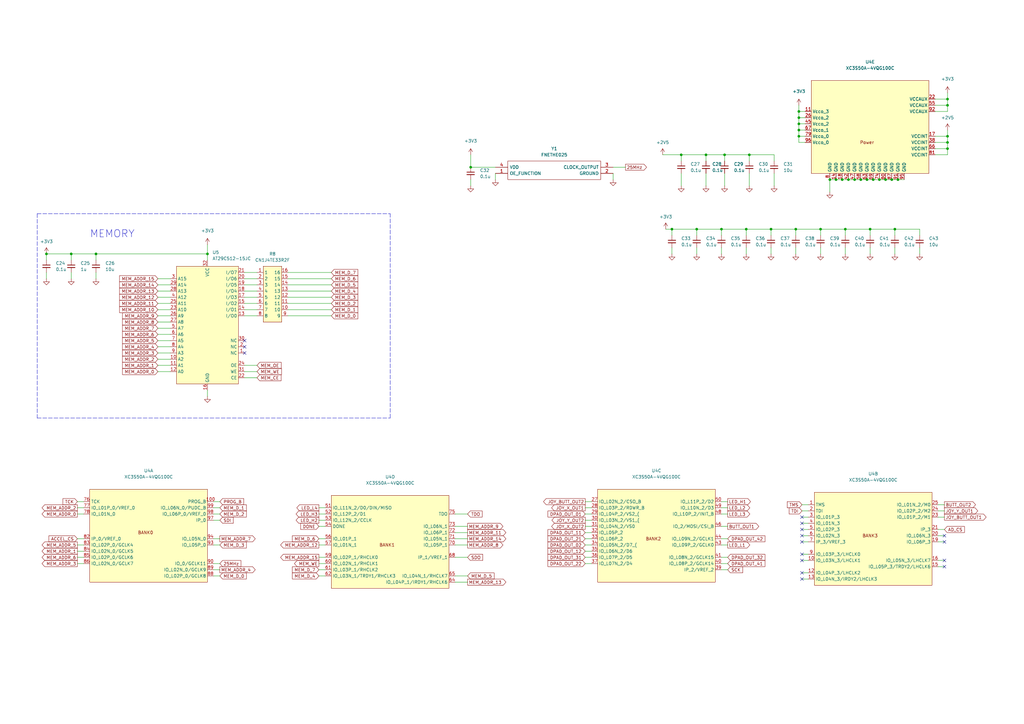
<source format=kicad_sch>
(kicad_sch (version 20211123) (generator eeschema)
  (paper "A3")
  (title_block (title "IPC Design Competition 2023") (rev "1"))
  (junction (at 327.66 50.8))
  (junction (at 327.66 45.72))
  (junction (at 297.18 63.5))
  (junction (at 388.62 58.42))
  (junction (at 29.21 104.14))
  (junction (at 340.36 73.66))
  (junction (at 353.06 73.66))
  (junction (at 388.62 40.64))
  (junction (at 327.66 48.26))
  (junction (at 19.05 104.14))
  (junction (at 342.9 73.66))
  (junction (at 85.09 104.14))
  (junction (at 295.91 93.98))
  (junction (at 368.3 73.66))
  (junction (at 350.52 73.66))
  (junction (at 388.62 60.96))
  (junction (at 193.04 68.58))
  (junction (at 365.76 73.66))
  (junction (at 388.62 55.88))
  (junction (at 345.44 73.66))
  (junction (at 39.37 104.14))
  (junction (at 363.22 73.66))
  (junction (at 356.87 93.98))
  (junction (at 306.07 93.98))
  (junction (at 285.75 93.98))
  (junction (at 336.55 93.98))
  (junction (at 316.23 93.98))
  (junction (at 358.14 73.66))
  (junction (at 327.66 55.88))
  (junction (at 326.39 93.98))
  (junction (at 367.03 93.98))
  (junction (at 275.59 93.98))
  (junction (at 388.62 43.18))
  (junction (at 289.56 63.5))
  (junction (at 360.68 73.66))
  (junction (at 347.98 73.66))
  (junction (at 355.6 73.66))
  (junction (at 307.34 63.5))
  (junction (at 346.71 93.98))
  (junction (at 279.4 63.5))
  (junction (at 327.66 53.34))
  (no_connect (at 328.93 222.25))
  (no_connect (at 387.35 229.87))
  (no_connect (at 387.35 232.41))
  (no_connect (at 387.35 219.71))
  (no_connect (at 387.35 222.25))
  (no_connect (at 328.93 237.49))
  (no_connect (at 328.93 214.63))
  (no_connect (at 328.93 234.95))
  (no_connect (at 328.93 227.33))
  (no_connect (at 100.33 139.7))
  (no_connect (at 100.33 142.24))
  (no_connect (at 100.33 144.78))
  (no_connect (at 328.93 229.87))
  (no_connect (at 328.93 212.09))
  (no_connect (at 328.93 219.71))
  (no_connect (at 328.93 217.17))
  (wire (pts (xy 285.75 93.98) (xy 295.91 93.98)))
  (wire (pts (xy 273.05 93.98) (xy 275.59 93.98)))
  (wire (pts (xy 328.93 219.71) (xy 331.47 219.71)))
  (wire (pts (xy 279.4 63.5) (xy 289.56 63.5)))
  (wire (pts (xy 39.37 106.68) (xy 39.37 104.14)))
  (wire (pts (xy 327.66 45.72) (xy 330.2 45.72)))
  (wire (pts (xy 307.34 71.12) (xy 307.34 76.2)))
  (wire (pts (xy 328.93 212.09) (xy 331.47 212.09)))
  (wire (pts (xy 316.23 101.6) (xy 316.23 104.14)))
  (wire (pts (xy 342.9 73.66) (xy 345.44 73.66)))
  (wire (pts (xy 29.21 104.14) (xy 39.37 104.14)))
  (wire (pts (xy 186.69 228.6) (xy 191.77 228.6)))
  (wire (pts (xy 100.33 119.38) (xy 105.41 119.38)))
  (wire (pts (xy 353.06 73.66) (xy 355.6 73.66)))
  (wire (pts (xy 384.81 232.41) (xy 387.35 232.41)))
  (wire (pts (xy 350.52 73.66) (xy 353.06 73.66)))
  (wire (pts (xy 317.5 71.12) (xy 317.5 76.2)))
  (wire (pts (xy 87.63 233.68) (xy 90.17 233.68)))
  (wire (pts (xy 388.62 58.42) (xy 388.62 60.96)))
  (wire (pts (xy 39.37 111.76) (xy 39.37 114.3)))
  (wire (pts (xy 31.75 208.28) (xy 34.29 208.28)))
  (wire (pts (xy 336.55 93.98) (xy 336.55 96.52)))
  (wire (pts (xy 100.33 149.86) (xy 105.41 149.86)))
  (wire (pts (xy 327.66 45.72) (xy 327.66 48.26)))
  (wire (pts (xy 118.11 116.84) (xy 135.89 116.84)))
  (wire (pts (xy 118.11 127) (xy 135.89 127)))
  (wire (pts (xy 356.87 93.98) (xy 356.87 96.52)))
  (wire (pts (xy 307.34 63.5) (xy 317.5 63.5)))
  (wire (pts (xy 326.39 93.98) (xy 336.55 93.98)))
  (wire (pts (xy 377.19 96.52) (xy 377.19 93.98)))
  (wire (pts (xy 367.03 93.98) (xy 377.19 93.98)))
  (wire (pts (xy 193.04 63.5) (xy 193.04 68.58)))
  (wire (pts (xy 31.75 220.98) (xy 34.29 220.98)))
  (wire (pts (xy 186.69 218.44) (xy 191.77 218.44)))
  (polyline (pts (xy 15.24 87.63) (xy 15.24 171.45)))
  (wire (pts (xy 327.66 55.88) (xy 327.66 58.42)))
  (wire (pts (xy 275.59 101.6) (xy 275.59 104.14)))
  (wire (pts (xy 19.05 106.68) (xy 19.05 104.14)))
  (wire (pts (xy 295.91 215.9) (xy 298.45 215.9)))
  (wire (pts (xy 346.71 93.98) (xy 356.87 93.98)))
  (wire (pts (xy 64.77 114.3) (xy 69.85 114.3)))
  (wire (pts (xy 87.63 208.28) (xy 90.17 208.28)))
  (wire (pts (xy 240.03 208.28) (xy 242.57 208.28)))
  (wire (pts (xy 64.77 149.86) (xy 69.85 149.86)))
  (wire (pts (xy 388.62 60.96) (xy 388.62 63.5)))
  (wire (pts (xy 327.66 48.26) (xy 330.2 48.26)))
  (wire (pts (xy 365.76 73.66) (xy 368.3 73.66)))
  (wire (pts (xy 130.81 231.14) (xy 133.35 231.14)))
  (wire (pts (xy 130.81 215.9) (xy 133.35 215.9)))
  (wire (pts (xy 100.33 114.3) (xy 105.41 114.3)))
  (wire (pts (xy 327.66 53.34) (xy 327.66 55.88)))
  (wire (pts (xy 384.81 229.87) (xy 387.35 229.87)))
  (wire (pts (xy 19.05 111.76) (xy 19.05 114.3)))
  (wire (pts (xy 367.03 96.52) (xy 367.03 93.98)))
  (wire (pts (xy 64.77 127) (xy 69.85 127)))
  (wire (pts (xy 307.34 66.04) (xy 307.34 63.5)))
  (wire (pts (xy 100.33 116.84) (xy 105.41 116.84)))
  (wire (pts (xy 29.21 111.76) (xy 29.21 114.3)))
  (wire (pts (xy 316.23 93.98) (xy 326.39 93.98)))
  (wire (pts (xy 64.77 147.32) (xy 69.85 147.32)))
  (wire (pts (xy 289.56 66.04) (xy 289.56 63.5)))
  (wire (pts (xy 295.91 96.52) (xy 295.91 93.98)))
  (wire (pts (xy 64.77 137.16) (xy 69.85 137.16)))
  (wire (pts (xy 295.91 101.6) (xy 295.91 104.14)))
  (wire (pts (xy 356.87 101.6) (xy 356.87 104.14)))
  (wire (pts (xy 289.56 63.5) (xy 297.18 63.5)))
  (wire (pts (xy 295.91 233.68) (xy 298.45 233.68)))
  (wire (pts (xy 355.6 73.66) (xy 358.14 73.66)))
  (wire (pts (xy 327.66 58.42) (xy 330.2 58.42)))
  (wire (pts (xy 384.81 222.25) (xy 387.35 222.25)))
  (wire (pts (xy 295.91 231.14) (xy 298.45 231.14)))
  (wire (pts (xy 31.75 205.74) (xy 34.29 205.74)))
  (wire (pts (xy 327.66 50.8) (xy 327.66 53.34)))
  (wire (pts (xy 306.07 101.6) (xy 306.07 104.14)))
  (wire (pts (xy 289.56 71.12) (xy 289.56 76.2)))
  (wire (pts (xy 64.77 152.4) (xy 69.85 152.4)))
  (wire (pts (xy 240.03 223.52) (xy 242.57 223.52)))
  (wire (pts (xy 358.14 73.66) (xy 360.68 73.66)))
  (wire (pts (xy 186.69 220.98) (xy 191.77 220.98)))
  (wire (pts (xy 326.39 101.6) (xy 326.39 104.14)))
  (wire (pts (xy 100.33 129.54) (xy 105.41 129.54)))
  (wire (pts (xy 87.63 231.14) (xy 90.17 231.14)))
  (wire (pts (xy 251.46 71.12) (xy 251.46 73.66)))
  (wire (pts (xy 295.91 93.98) (xy 306.07 93.98)))
  (wire (pts (xy 251.46 68.58) (xy 256.54 68.58)))
  (wire (pts (xy 130.81 223.52) (xy 133.35 223.52)))
  (wire (pts (xy 317.5 66.04) (xy 317.5 63.5)))
  (wire (pts (xy 388.62 43.18) (xy 383.54 43.18)))
  (wire (pts (xy 64.77 121.92) (xy 69.85 121.92)))
  (wire (pts (xy 240.03 215.9) (xy 242.57 215.9)))
  (wire (pts (xy 118.11 129.54) (xy 135.89 129.54)))
  (wire (pts (xy 279.4 63.5) (xy 279.4 66.04)))
  (wire (pts (xy 388.62 55.88) (xy 388.62 58.42)))
  (wire (pts (xy 306.07 93.98) (xy 306.07 96.52)))
  (wire (pts (xy 64.77 139.7) (xy 69.85 139.7)))
  (wire (pts (xy 240.03 205.74) (xy 242.57 205.74)))
  (wire (pts (xy 64.77 124.46) (xy 69.85 124.46)))
  (wire (pts (xy 100.33 124.46) (xy 105.41 124.46)))
  (wire (pts (xy 203.2 71.12) (xy 203.2 73.66)))
  (wire (pts (xy 31.75 231.14) (xy 34.29 231.14)))
  (wire (pts (xy 64.77 132.08) (xy 69.85 132.08)))
  (wire (pts (xy 240.03 231.14) (xy 242.57 231.14)))
  (wire (pts (xy 384.81 217.17) (xy 387.35 217.17)))
  (wire (pts (xy 345.44 73.66) (xy 347.98 73.66)))
  (wire (pts (xy 240.03 226.06) (xy 242.57 226.06)))
  (wire (pts (xy 271.78 63.5) (xy 279.4 63.5)))
  (wire (pts (xy 297.18 63.5) (xy 307.34 63.5)))
  (wire (pts (xy 328.93 227.33) (xy 331.47 227.33)))
  (wire (pts (xy 275.59 96.52) (xy 275.59 93.98)))
  (wire (pts (xy 100.33 127) (xy 105.41 127)))
  (wire (pts (xy 118.11 111.76) (xy 135.89 111.76)))
  (wire (pts (xy 275.59 93.98) (xy 285.75 93.98)))
  (wire (pts (xy 85.09 160.02) (xy 85.09 162.56)))
  (wire (pts (xy 87.63 223.52) (xy 90.17 223.52)))
  (wire (pts (xy 130.81 210.82) (xy 133.35 210.82)))
  (wire (pts (xy 328.93 222.25) (xy 331.47 222.25)))
  (wire (pts (xy 186.69 223.52) (xy 191.77 223.52)))
  (wire (pts (xy 240.03 220.98) (xy 242.57 220.98)))
  (wire (pts (xy 306.07 93.98) (xy 316.23 93.98)))
  (wire (pts (xy 295.91 228.6) (xy 298.45 228.6)))
  (wire (pts (xy 347.98 73.66) (xy 350.52 73.66)))
  (wire (pts (xy 240.03 218.44) (xy 242.57 218.44)))
  (wire (pts (xy 240.03 228.6) (xy 242.57 228.6)))
  (wire (pts (xy 240.03 210.82) (xy 242.57 210.82)))
  (wire (pts (xy 87.63 236.22) (xy 90.17 236.22)))
  (wire (pts (xy 64.77 134.62) (xy 69.85 134.62)))
  (wire (pts (xy 388.62 60.96) (xy 383.54 60.96)))
  (wire (pts (xy 64.77 116.84) (xy 69.85 116.84)))
  (wire (pts (xy 295.91 205.74) (xy 298.45 205.74)))
  (wire (pts (xy 100.33 152.4) (xy 105.41 152.4)))
  (wire (pts (xy 328.93 237.49) (xy 331.47 237.49)))
  (wire (pts (xy 100.33 154.94) (xy 105.41 154.94)))
  (wire (pts (xy 193.04 68.58) (xy 203.2 68.58)))
  (wire (pts (xy 297.18 71.12) (xy 297.18 76.2)))
  (wire (pts (xy 100.33 121.92) (xy 105.41 121.92)))
  (wire (pts (xy 118.11 124.46) (xy 135.89 124.46)))
  (wire (pts (xy 31.75 226.06) (xy 34.29 226.06)))
  (wire (pts (xy 295.91 210.82) (xy 298.45 210.82)))
  (polyline (pts (xy 160.02 171.45) (xy 160.02 87.63)))
  (wire (pts (xy 31.75 223.52) (xy 34.29 223.52)))
  (wire (pts (xy 295.91 223.52) (xy 298.45 223.52)))
  (wire (pts (xy 85.09 100.33) (xy 85.09 104.14)))
  (wire (pts (xy 346.71 96.52) (xy 346.71 93.98)))
  (wire (pts (xy 64.77 142.24) (xy 69.85 142.24)))
  (wire (pts (xy 377.19 101.6) (xy 377.19 104.14)))
  (wire (pts (xy 328.93 229.87) (xy 331.47 229.87)))
  (wire (pts (xy 368.3 73.66) (xy 370.84 73.66)))
  (wire (pts (xy 64.77 119.38) (xy 69.85 119.38)))
  (wire (pts (xy 295.91 220.98) (xy 298.45 220.98)))
  (wire (pts (xy 39.37 104.14) (xy 85.09 104.14)))
  (wire (pts (xy 118.11 114.3) (xy 135.89 114.3)))
  (wire (pts (xy 186.69 236.22) (xy 191.77 236.22)))
  (wire (pts (xy 388.62 45.72) (xy 383.54 45.72)))
  (wire (pts (xy 328.93 207.01) (xy 331.47 207.01)))
  (wire (pts (xy 363.22 73.66) (xy 365.76 73.66)))
  (wire (pts (xy 118.11 121.92) (xy 135.89 121.92)))
  (wire (pts (xy 297.18 63.5) (xy 297.18 66.04)))
  (wire (pts (xy 328.93 234.95) (xy 331.47 234.95)))
  (wire (pts (xy 384.81 212.09) (xy 387.35 212.09)))
  (wire (pts (xy 367.03 101.6) (xy 367.03 104.14)))
  (wire (pts (xy 340.36 73.66) (xy 342.9 73.66)))
  (wire (pts (xy 340.36 73.66) (xy 340.36 78.74)))
  (wire (pts (xy 384.81 219.71) (xy 387.35 219.71)))
  (wire (pts (xy 384.81 207.01) (xy 387.35 207.01)))
  (wire (pts (xy 346.71 101.6) (xy 346.71 104.14)))
  (wire (pts (xy 31.75 210.82) (xy 34.29 210.82)))
  (wire (pts (xy 29.21 104.14) (xy 29.21 106.68)))
  (wire (pts (xy 240.03 213.36) (xy 242.57 213.36)))
  (wire (pts (xy 87.63 220.98) (xy 90.17 220.98)))
  (wire (pts (xy 64.77 144.78) (xy 69.85 144.78)))
  (wire (pts (xy 295.91 208.28) (xy 298.45 208.28)))
  (wire (pts (xy 285.75 93.98) (xy 285.75 96.52)))
  (wire (pts (xy 327.66 53.34) (xy 330.2 53.34)))
  (wire (pts (xy 130.81 208.28) (xy 133.35 208.28)))
  (wire (pts (xy 327.66 43.18) (xy 327.66 45.72)))
  (wire (pts (xy 64.77 129.54) (xy 69.85 129.54)))
  (wire (pts (xy 336.55 93.98) (xy 346.71 93.98)))
  (wire (pts (xy 388.62 43.18) (xy 388.62 45.72)))
  (wire (pts (xy 100.33 111.76) (xy 105.41 111.76)))
  (wire (pts (xy 360.68 73.66) (xy 363.22 73.66)))
  (wire (pts (xy 87.63 205.74) (xy 90.17 205.74)))
  (wire (pts (xy 285.75 101.6) (xy 285.75 104.14)))
  (wire (pts (xy 118.11 119.38) (xy 135.89 119.38)))
  (wire (pts (xy 388.62 58.42) (xy 383.54 58.42)))
  (wire (pts (xy 130.81 233.68) (xy 133.35 233.68)))
  (wire (pts (xy 130.81 236.22) (xy 133.35 236.22)))
  (wire (pts (xy 130.81 213.36) (xy 133.35 213.36)))
  (wire (pts (xy 384.81 209.55) (xy 387.35 209.55)))
  (wire (pts (xy 327.66 48.26) (xy 327.66 50.8)))
  (wire (pts (xy 388.62 63.5) (xy 383.54 63.5)))
  (wire (pts (xy 279.4 71.12) (xy 279.4 76.2)))
  (wire (pts (xy 326.39 93.98) (xy 326.39 96.52)))
  (wire (pts (xy 388.62 38.1) (xy 388.62 40.64)))
  (wire (pts (xy 356.87 93.98) (xy 367.03 93.98)))
  (wire (pts (xy 186.69 238.76) (xy 191.77 238.76)))
  (wire (pts (xy 316.23 96.52) (xy 316.23 93.98)))
  (wire (pts (xy 87.63 210.82) (xy 90.17 210.82)))
  (polyline (pts (xy 15.24 171.45) (xy 160.02 171.45)))
  (wire (pts (xy 193.04 73.66) (xy 193.04 76.2)))
  (wire (pts (xy 336.55 101.6) (xy 336.55 104.14)))
  (wire (pts (xy 328.93 217.17) (xy 331.47 217.17)))
  (wire (pts (xy 87.63 213.36) (xy 90.17 213.36)))
  (polyline (pts (xy 15.24 87.63) (xy 160.02 87.63)))
  (wire (pts (xy 388.62 55.88) (xy 383.54 55.88)))
  (wire (pts (xy 19.05 104.14) (xy 29.21 104.14)))
  (wire (pts (xy 328.93 214.63) (xy 331.47 214.63)))
  (wire (pts (xy 31.75 228.6) (xy 34.29 228.6)))
  (wire (pts (xy 130.81 228.6) (xy 133.35 228.6)))
  (wire (pts (xy 327.66 50.8) (xy 330.2 50.8)))
  (wire (pts (xy 328.93 209.55) (xy 331.47 209.55)))
  (wire (pts (xy 388.62 53.34) (xy 388.62 55.88)))
  (wire (pts (xy 327.66 55.88) (xy 330.2 55.88)))
  (wire (pts (xy 186.69 210.82) (xy 191.77 210.82)))
  (wire (pts (xy 186.69 215.9) (xy 191.77 215.9)))
  (wire (pts (xy 130.81 220.98) (xy 133.35 220.98)))
  (wire (pts (xy 85.09 104.14) (xy 85.09 106.68)))
  (wire (pts (xy 388.62 40.64) (xy 383.54 40.64)))
  (wire (pts (xy 388.62 40.64) (xy 388.62 43.18)))
  (text "MEMORY" (at 36.83 97.79 0) (effects (font (size 3 3)) (justify left bottom)))
  (global_label "LED_L4" (shape output) (at 130.81 208.28 180) (property "Intersheet References" "${INTERSHEET_REFS}" (effects hide)))
  (global_label "MEM_ADDR_4" (shape input) (at 64.77 142.24 180) (property "Intersheet References" "${INTERSHEET_REFS}" (effects hide)))
  (global_label "MEM_ADDR_6" (shape input) (at 64.77 137.16 180) (property "Intersheet References" "${INTERSHEET_REFS}" (effects hide)))
  (global_label "MEM_OE" (shape input) (at 105.41 149.86 0) (property "Intersheet References" "${INTERSHEET_REFS}" (effects hide)))
  (global_label "MEM_ADDR_0" (shape input) (at 64.77 152.4 180) (property "Intersheet References" "${INTERSHEET_REFS}" (effects hide)))
  (global_label "MEM_CE" (shape input) (at 105.41 154.94 0) (property "Intersheet References" "${INTERSHEET_REFS}" (effects hide)))
  (global_label "MEM_ADDR_15" (shape input) (at 64.77 114.3 180) (property "Intersheet References" "${INTERSHEET_REFS}" (effects hide)))
  (global_label "LED_H2" (shape output) (at 130.81 213.36 180) (property "Intersheet References" "${INTERSHEET_REFS}" (effects hide)))
  (global_label "MEM_ADDR_15" (shape output) (at 130.81 228.6 180) (property "Intersheet References" "${INTERSHEET_REFS}" (effects hide)))
  (global_label "MEM_ADDR_7" (shape input) (at 64.77 134.62 180) (property "Intersheet References" "${INTERSHEET_REFS}" (effects hide)))
  (global_label "JOY_BUTT_OUT1" (shape output) (at 387.35 212.09 0) (property "Intersheet References" "${INTERSHEET_REFS}" (effects hide)))
  (global_label "MEM_D_6" (shape input) (at 130.81 220.98 180) (property "Intersheet References" "${INTERSHEET_REFS}" (effects hide)))
  (global_label "DPAD_OUT_11" (shape input) (at 240.03 218.44 180) (property "Intersheet References" "${INTERSHEET_REFS}" (effects hide)))
  (global_label "MEM_ADDR_3" (shape output) (at 31.75 231.14 180) (property "Intersheet References" "${INTERSHEET_REFS}" (effects hide)))
  (global_label "MEM_ADDR_9" (shape input) (at 64.77 129.54 180) (property "Intersheet References" "${INTERSHEET_REFS}" (effects hide)))
  (global_label "JOY_Y_OUT1" (shape output) (at 387.35 209.55 0) (property "Intersheet References" "${INTERSHEET_REFS}" (effects hide)))
  (global_label "DPAD_OUT_01" (shape input) (at 240.03 210.82 180) (property "Intersheet References" "${INTERSHEET_REFS}" (effects hide)))
  (global_label "DPAD_OUT_22" (shape input) (at 240.03 231.14 180) (property "Intersheet References" "${INTERSHEET_REFS}" (effects hide)))
  (global_label "TDO" (shape input) (at 191.77 210.82 0) (property "Intersheet References" "${INTERSHEET_REFS}" (effects hide)))
  (global_label "MEM_D_7" (shape input) (at 130.81 233.68 180) (property "Intersheet References" "${INTERSHEET_REFS}" (effects hide)))
  (global_label "TDI" (shape input) (at 328.93 209.55 180) (property "Intersheet References" "${INTERSHEET_REFS}" (effects hide)))
  (global_label "ACCEL_CS" (shape input) (at 31.75 220.98 180) (property "Intersheet References" "${INTERSHEET_REFS}" (effects hide)))
  (global_label "DPAD_OUT_41" (shape input) (at 298.45 231.14 0) (property "Intersheet References" "${INTERSHEET_REFS}" (effects hide)))
  (global_label "MEM_ADDR_4" (shape output) (at 90.17 233.68 0) (property "Intersheet References" "${INTERSHEET_REFS}" (effects hide)))
  (global_label "MEM_WE" (shape input) (at 105.41 152.4 0) (property "Intersheet References" "${INTERSHEET_REFS}" (effects hide)))
  (global_label "AD_CS" (shape input) (at 387.35 217.17 0) (property "Intersheet References" "${INTERSHEET_REFS}" (effects hide)))
  (global_label "MEM_D_2" (shape input) (at 135.89 124.46 0) (property "Intersheet References" "${INTERSHEET_REFS}" (effects hide)))
  (global_label "MEM_D_1" (shape input) (at 90.17 208.28 0) (property "Intersheet References" "${INTERSHEET_REFS}" (effects hide)))
  (global_label "MEM_D_1" (shape input) (at 135.89 127 0) (property "Intersheet References" "${INTERSHEET_REFS}" (effects hide)))
  (global_label "MEM_D_5" (shape input) (at 135.89 116.84 0) (property "Intersheet References" "${INTERSHEET_REFS}" (effects hide)))
  (global_label "JOY_X_OUT1" (shape output) (at 240.03 208.28 180) (property "Intersheet References" "${INTERSHEET_REFS}" (effects hide)))
  (global_label "MEM_D_0" (shape input) (at 135.89 129.54 0) (property "Intersheet References" "${INTERSHEET_REFS}" (effects hide)))
  (global_label "MEM_ADDR_1" (shape input) (at 64.77 149.86 180) (property "Intersheet References" "${INTERSHEET_REFS}" (effects hide)))
  (global_label "MEM_ADDR_8" (shape input) (at 64.77 132.08 180) (property "Intersheet References" "${INTERSHEET_REFS}" (effects hide)))
  (global_label "DPAD_OUT_42" (shape input) (at 298.45 220.98 0) (property "Intersheet References" "${INTERSHEET_REFS}" (effects hide)))
  (global_label "BUTT_OUT2" (shape output) (at 387.35 207.01 0) (property "Intersheet References" "${INTERSHEET_REFS}" (effects hide)))
  (global_label "MEM_D_5" (shape input) (at 191.77 236.22 0) (property "Intersheet References" "${INTERSHEET_REFS}" (effects hide)))
  (global_label "DPAD_OUT_02" (shape input) (at 240.03 223.52 180) (property "Intersheet References" "${INTERSHEET_REFS}" (effects hide)))
  (global_label "MEM_ADDR_2" (shape input) (at 64.77 147.32 180) (property "Intersheet References" "${INTERSHEET_REFS}" (effects hide)))
  (global_label "SDO" (shape input) (at 191.77 228.6 0) (property "Intersheet References" "${INTERSHEET_REFS}" (effects hide)))
  (global_label "MEM_D_0" (shape input) (at 90.17 236.22 0) (property "Intersheet References" "${INTERSHEET_REFS}" (effects hide)))
  (global_label "DONE" (shape input) (at 130.81 215.9 180) (property "Intersheet References" "${INTERSHEET_REFS}" (effects hide)))
  (global_label "MEM_ADDR_0" (shape output) (at 31.75 210.82 180) (property "Intersheet References" "${INTERSHEET_REFS}" (effects hide)))
  (global_label "MEM_ADDR_11" (shape output) (at 191.77 218.44 0) (property "Intersheet References" "${INTERSHEET_REFS}" (effects hide)))
  (global_label "MEM_ADDR_7" (shape output) (at 90.17 220.98 0) (property "Intersheet References" "${INTERSHEET_REFS}" (effects hide)))
  (global_label "MEM_ADDR_10" (shape input) (at 64.77 127 180) (property "Intersheet References" "${INTERSHEET_REFS}" (effects hide)))
  (global_label "TMS" (shape input) (at 328.93 207.01 180) (property "Intersheet References" "${INTERSHEET_REFS}" (effects hide)))
  (global_label "MEM_ADDR_12" (shape output) (at 130.81 223.52 180) (property "Intersheet References" "${INTERSHEET_REFS}" (effects hide)))
  (global_label "MEM_D_7" (shape input) (at 135.89 111.76 0) (property "Intersheet References" "${INTERSHEET_REFS}" (effects hide)))
  (global_label "MEM_ADDR_12" (shape input) (at 64.77 121.92 180) (property "Intersheet References" "${INTERSHEET_REFS}" (effects hide)))
  (global_label "DPAD_OUT_31" (shape input) (at 240.03 228.6 180) (property "Intersheet References" "${INTERSHEET_REFS}" (effects hide)))
  (global_label "MEM_ADDR_14" (shape output) (at 191.77 220.98 0) (property "Intersheet References" "${INTERSHEET_REFS}" (effects hide)))
  (global_label "JOY_BUTT_OUT2" (shape output) (at 240.03 205.74 180) (property "Intersheet References" "${INTERSHEET_REFS}" (effects hide)))
  (global_label "MEM_D_6" (shape input) (at 135.89 114.3 0) (property "Intersheet References" "${INTERSHEET_REFS}" (effects hide)))
  (global_label "MEM_D_2" (shape input) (at 90.17 210.82 0) (property "Intersheet References" "${INTERSHEET_REFS}" (effects hide)))
  (global_label "JOY_Y_OUT2" (shape output) (at 240.03 213.36 180) (property "Intersheet References" "${INTERSHEET_REFS}" (effects hide)))
  (global_label "MEM_ADDR_5" (shape input) (at 64.77 139.7 180) (property "Intersheet References" "${INTERSHEET_REFS}" (effects hide)))
  (global_label "PROG_B" (shape input) (at 90.17 205.74 0) (property "Intersheet References" "${INTERSHEET_REFS}" (effects hide)))
  (global_label "SDI" (shape input) (at 90.17 213.36 0) (property "Intersheet References" "${INTERSHEET_REFS}" (effects hide)))
  (global_label "MEM_WE" (shape output) (at 130.81 231.14 180) (property "Intersheet References" "${INTERSHEET_REFS}" (effects hide)))
  (global_label "LED_L3" (shape output) (at 298.45 210.82 0) (property "Intersheet References" "${INTERSHEET_REFS}" (effects hide)))
  (global_label "BUTT_OUT1" (shape output) (at 298.45 215.9 0) (property "Intersheet References" "${INTERSHEET_REFS}" (effects hide)))
  (global_label "MEM_ADDR_3" (shape input) (at 64.77 144.78 180) (property "Intersheet References" "${INTERSHEET_REFS}" (effects hide)))
  (global_label "MEM_ADDR_11" (shape input) (at 64.77 124.46 180) (property "Intersheet References" "${INTERSHEET_REFS}" (effects hide)))
  (global_label "MEM_ADDR_1" (shape output) (at 31.75 226.06 180) (property "Intersheet References" "${INTERSHEET_REFS}" (effects hide)))
  (global_label "MEM_D_3" (shape input) (at 90.17 223.52 0) (property "Intersheet References" "${INTERSHEET_REFS}" (effects hide)))
  (global_label "25MHz" (shape input) (at 90.17 231.14 0) (property "Intersheet References" "${INTERSHEET_REFS}" (effects hide)))
  (global_label "MEM_ADDR_9" (shape output) (at 191.77 215.9 0) (property "Intersheet References" "${INTERSHEET_REFS}" (effects hide)))
  (global_label "LED_H1" (shape output) (at 298.45 205.74 0) (property "Intersheet References" "${INTERSHEET_REFS}" (effects hide)))
  (global_label "MEM_D_3" (shape input) (at 135.89 121.92 0) (property "Intersheet References" "${INTERSHEET_REFS}" (effects hide)))
  (global_label "MEM_ADDR_13" (shape output) (at 191.77 238.76 0) (property "Intersheet References" "${INTERSHEET_REFS}" (effects hide)))
  (global_label "MEM_D_4" (shape input) (at 130.81 236.22 180) (property "Intersheet References" "${INTERSHEET_REFS}" (effects hide)))
  (global_label "25MHz" (shape output) (at 256.54 68.58 0) (property "Intersheet References" "${INTERSHEET_REFS}" (effects hide)))
  (global_label "TCK" (shape input) (at 31.75 205.74 180) (property "Intersheet References" "${INTERSHEET_REFS}" (effects hide)))
  (global_label "LED_L2" (shape output) (at 298.45 208.28 0) (property "Intersheet References" "${INTERSHEET_REFS}" (effects hide)))
  (global_label "MEM_ADDR_6" (shape output) (at 31.75 228.6 180) (property "Intersheet References" "${INTERSHEET_REFS}" (effects hide)))
  (global_label "DPAD_OUT_21" (shape input) (at 240.03 220.98 180) (property "Intersheet References" "${INTERSHEET_REFS}" (effects hide)))
  (global_label "DPAD_OUT_12" (shape input) (at 240.03 226.06 180) (property "Intersheet References" "${INTERSHEET_REFS}" (effects hide)))
  (global_label "MEM_ADDR_5" (shape output) (at 31.75 223.52 180) (property "Intersheet References" "${INTERSHEET_REFS}" (effects hide)))
  (global_label "MEM_ADDR_2" (shape output) (at 31.75 208.28 180) (property "Intersheet References" "${INTERSHEET_REFS}" (effects hide)))
  (global_label "SCK" (shape input) (at 298.45 233.68 0) (property "Intersheet References" "${INTERSHEET_REFS}" (effects hide)))
  (global_label "JOY_X_OUT2" (shape output) (at 240.03 215.9 180) (property "Intersheet References" "${INTERSHEET_REFS}" (effects hide)))
  (global_label "MEM_ADDR_8" (shape output) (at 191.77 223.52 0) (property "Intersheet References" "${INTERSHEET_REFS}" (effects hide)))
  (global_label "DPAD_OUT_32" (shape input) (at 298.45 228.6 0) (property "Intersheet References" "${INTERSHEET_REFS}" (effects hide)))
  (global_label "LED_H3" (shape output) (at 130.81 210.82 180) (property "Intersheet References" "${INTERSHEET_REFS}" (effects hide)))
  (global_label "LED_L1" (shape output) (at 298.45 223.52 0) (property "Intersheet References" "${INTERSHEET_REFS}" (effects hide)))
  (global_label "MEM_ADDR_14" (shape input) (at 64.77 116.84 180) (property "Intersheet References" "${INTERSHEET_REFS}" (effects hide)))
  (global_label "MEM_ADDR_13" (shape input) (at 64.77 119.38 180) (property "Intersheet References" "${INTERSHEET_REFS}" (effects hide)))
  (global_label "MEM_D_4" (shape input) (at 135.89 119.38 0) (property "Intersheet References" "${INTERSHEET_REFS}" (effects hide)))
  (symbol (lib_id "power:GND") (at 39.37 114.3 0) (unit 1) (in_bom no)
    (property "Reference" "#PWR055" (effects hide))
    (property "Value" "GND" (effects hide))
  )
  (symbol (lib_id "power:GND") (at 193.04 76.2 0) (unit 1) (in_bom no)
    (property "Reference" "#PWR062" (effects hide))
    (property "Value" "GND" (effects hide))
  )
  (symbol (lib_id "Device:C_Small") (at 307.34 68.58 0) (unit 1)
    (property "Reference" "C30" (at 311.15 67.3162 0) (effects (justify left)))
    (property "Value" "0.1u" (at 311.15 69.8562 0) (effects (justify left)))
    (property "Footprint" "Capacitor_SMD:C_0805_2012Metric" (effects hide))
    (property "Mouser" "https://eu.mouser.com/ProductDetail/KEMET/C0805C104K5RACTU?qs=Pc30aiB8zWUISNb2Qeyxfw%3D%3D" (effects hide))
  )
  (symbol (lib_id "power:+3V3") (at 388.62 38.1 0) (mirror y) (unit 1)
    (property "Reference" "#PWR052" (effects hide))
    (property "Value" "+3V3" (at 388.62 32.385 0))
  )
  (symbol (lib_id "Device:C_Small") (at 377.19 99.06 0) (unit 1)
    (property "Reference" "C43" (at 381 97.7962 0) (effects (justify left)))
    (property "Value" "10u" (at 381 100.3362 0) (effects (justify left)))
    (property "Footprint" "Capacitor_Tantalum_SMD:CP_EIA-7343-31_Kemet-D" (effects hide))
    (property "Mouser" "https://www.mouser.co.uk/ProductDetail/KEMET/T491D106M035AT?qs=vBdi40og3vYMGjbj1Z6Lqg%3D%3D" (effects hide))
  )
  (symbol (lib_id "My_custom_lib:AT29C512-15JC") (at 85.09 132.08 0) (unit 1)
    (property "Reference" "U5" (at 87.1094 103.505 0) (effects (justify left)))
    (property "Value" "AT29C512-15JC" (at 87.1094 106.045 0) (effects (justify left)))
    (property "Footprint" "Package_LCC:PLCC-32_11.4x14.0mm_P1.27mm" (effects hide))
  )
  (symbol (lib_id "power:+3V3") (at 193.04 63.5 0) (unit 1)
    (property "Reference" "#PWR058" (effects hide))
    (property "Value" "+3V3" (at 193.04 57.785 0))
  )
  (symbol (lib_id "Device:C_Small") (at 279.4 68.58 0) (unit 1)
    (property "Reference" "C27" (at 283.21 67.3162 0) (effects (justify left)))
    (property "Value" "0.1u" (at 283.21 69.8562 0) (effects (justify left)))
    (property "Footprint" "Capacitor_SMD:C_0805_2012Metric" (effects hide))
    (property "Mouser" "https://eu.mouser.com/ProductDetail/KEMET/C0805C104K5RACTU?qs=Pc30aiB8zWUISNb2Qeyxfw%3D%3D" (effects hide))
  )
  (symbol (lib_id "Device:C_Small") (at 19.05 109.22 0) (unit 1)
    (property "Reference" "C24" (at 22.86 107.9562 0) (effects (justify left)))
    (property "Value" "0.1u" (at 22.86 110.4962 0) (effects (justify left)))
    (property "Footprint" "Capacitor_SMD:C_0805_2012Metric" (effects hide))
    (property "Mouser" "https://eu.mouser.com/ProductDetail/KEMET/C0805C104K5RACTU?qs=Pc30aiB8zWUISNb2Qeyxfw%3D%3D" (effects hide))
  )
  (symbol (lib_id "power:GND") (at 326.39 104.14 0) (unit 1) (in_bom no)
    (property "Reference" "#PWR076" (effects hide))
    (property "Value" "GND" (effects hide))
  )
  (symbol (lib_id "power:GND") (at 29.21 114.3 0) (unit 1) (in_bom no)
    (property "Reference" "#PWR054" (effects hide))
    (property "Value" "GND" (effects hide))
  )
  (symbol (lib_id "power:+3V3") (at 19.05 104.14 0) (unit 1)
    (property "Reference" "#PWR050" (effects hide))
    (property "Value" "+3V3" (at 19.05 99.06 0))
  )
  (symbol (lib_id "power:+3V3") (at 273.05 93.98 0) (unit 1)
    (property "Reference" "#PWR070" (effects hide))
    (property "Value" "+3V3" (at 273.05 88.9 0))
  )
  (symbol (lib_id "power:GND") (at 203.2 73.66 0) (unit 1) (in_bom no)
    (property "Reference" "#PWR060" (effects hide))
    (property "Value" "GND" (effects hide))
  )
  (symbol (lib_id "power:GND") (at 356.87 104.14 0) (unit 1) (in_bom no)
    (property "Reference" "#PWR079" (effects hide))
    (property "Value" "GND" (effects hide))
  )
  (symbol (lib_id "power:GND") (at 19.05 114.3 0) (unit 1) (in_bom no)
    (property "Reference" "#PWR053" (effects hide))
    (property "Value" "GND" (effects hide))
  )
  (symbol (lib_id "My_custom_lib:XC3S50A-4VQG100C") (at 267.97 223.52 0) (unit 3)
    (property "Reference" "U4" (at 269.24 193.04 0))
    (property "Value" "XC3S50A-4VQG100C" (at 269.24 195.58 0))
    (property "Footprint" "Package_QFP:VQFP-100_14x14mm_P0.5mm" (effects hide))
    (property "Mouser" "https://eu.mouser.com/ProductDetail/Xilinx/XC3S50A-4VQG100C?qs=rrS6PyfT74cgwe3cBO8RFQ%3D%3D" (effects hide))
  )
  (symbol (lib_id "power:+3V3") (at 85.09 100.33 0) (unit 1)
    (property "Reference" "#PWR051" (effects hide))
    (property "Value" "+3V3" (at 85.09 94.615 0))
  )
  (symbol (lib_id "My_custom_lib:XC3S50A-4VQG100C") (at 158.75 226.06 0) (unit 4)
    (property "Reference" "U4" (at 160.02 195.58 0))
    (property "Value" "XC3S50A-4VQG100C" (at 160.02 198.12 0))
    (property "Footprint" "Package_QFP:VQFP-100_14x14mm_P0.5mm" (effects hide))
    (property "Mouser" "https://eu.mouser.com/ProductDetail/Xilinx/XC3S50A-4VQG100C?qs=rrS6PyfT74cgwe3cBO8RFQ%3D%3D" (effects hide))
  )
  (symbol (lib_id "My_custom_lib:CN1J4TE33R2F") (at 107.95 111.76 0) (unit 1)
    (property "Reference" "R8" (at 111.76 104.14 0))
    (property "Value" "CN1J4TE33R2F" (at 111.76 106.68 0))
    (property "Footprint" "Z_mycustom_footprint_lib:CN1J4TE33R2F" (effects hide))
  )
  (symbol (lib_id "Device:C_Small") (at 289.56 68.58 0) (unit 1)
    (property "Reference" "C28" (at 292.1 67.31 0) (effects (justify left)))
    (property "Value" "0.1u" (at 292.1 69.85 0) (effects (justify left)))
    (property "Footprint" "Capacitor_SMD:C_0805_2012Metric" (effects hide))
    (property "Mouser" "https://eu.mouser.com/ProductDetail/KEMET/C0805C104K5RACTU?qs=Pc30aiB8zWUISNb2Qeyxfw%3D%3D" (effects hide))
  )
  (symbol (lib_id "Device:C_Small") (at 297.18 68.58 0) (unit 1)
    (property "Reference" "C29" (at 300.99 67.3162 0) (effects (justify left)))
    (property "Value" "0.1u" (at 300.99 69.8562 0) (effects (justify left)))
    (property "Footprint" "Capacitor_SMD:C_0805_2012Metric" (effects hide))
    (property "Mouser" "https://eu.mouser.com/ProductDetail/KEMET/C0805C104K5RACTU?qs=Pc30aiB8zWUISNb2Qeyxfw%3D%3D" (effects hide))
  )
  (symbol (lib_id "Device:C_Small") (at 336.55 99.06 0) (unit 1)
    (property "Reference" "C39" (at 340.36 97.7962 0) (effects (justify left)))
    (property "Value" "0.1u" (at 340.36 100.3362 0) (effects (justify left)))
    (property "Footprint" "Capacitor_SMD:C_0805_2012Metric" (effects hide))
    (property "Mouser" "https://eu.mouser.com/ProductDetail/KEMET/C0805C104K5RACTU?qs=Pc30aiB8zWUISNb2Qeyxfw%3D%3D" (effects hide))
  )
  (symbol (lib_id "power:GND") (at 317.5 76.2 0) (unit 1) (in_bom no)
    (property "Reference" "#PWR067" (effects hide))
    (property "Value" "GND" (effects hide))
  )
  (symbol (lib_id "power:GND") (at 295.91 104.14 0) (unit 1) (in_bom no)
    (property "Reference" "#PWR073" (effects hide))
    (property "Value" "GND" (effects hide))
  )
  (symbol (lib_id "Device:C_Small") (at 39.37 109.22 0) (unit 1)
    (property "Reference" "C26" (at 43.18 107.9562 0) (effects (justify left)))
    (property "Value" "10u" (at 43.18 110.4962 0) (effects (justify left)))
    (property "Footprint" "Capacitor_Tantalum_SMD:CP_EIA-7343-31_Kemet-D" (effects hide))
    (property "Mouser" "https://www.mouser.co.uk/ProductDetail/KEMET/T491D106M035AT?qs=vBdi40og3vYMGjbj1Z6Lqg%3D%3D" (effects hide))
  )
  (symbol (lib_id "Device:C_Small") (at 285.75 99.06 0) (unit 1)
    (property "Reference" "C34" (at 289.56 97.7962 0) (effects (justify left)))
    (property "Value" "0.1u" (at 289.56 100.3362 0) (effects (justify left)))
    (property "Footprint" "Capacitor_SMD:C_0805_2012Metric" (effects hide))
    (property "Mouser" "https://eu.mouser.com/ProductDetail/KEMET/C0805C104K5RACTU?qs=Pc30aiB8zWUISNb2Qeyxfw%3D%3D" (effects hide))
  )
  (symbol (lib_id "Device:C_Small") (at 346.71 99.06 0) (unit 1)
    (property "Reference" "C40" (at 350.52 97.7962 0) (effects (justify left)))
    (property "Value" "0.1u" (at 350.52 100.3362 0) (effects (justify left)))
    (property "Footprint" "Capacitor_SMD:C_0805_2012Metric" (effects hide))
    (property "Mouser" "https://eu.mouser.com/ProductDetail/KEMET/C0805C104K5RACTU?qs=Pc30aiB8zWUISNb2Qeyxfw%3D%3D" (effects hide))
  )
  (symbol (lib_id "Device:C_Small") (at 356.87 99.06 0) (unit 1)
    (property "Reference" "C41" (at 360.68 97.7962 0) (effects (justify left)))
    (property "Value" "0.1u" (at 360.68 100.3362 0) (effects (justify left)))
    (property "Footprint" "Capacitor_SMD:C_0805_2012Metric" (effects hide))
    (property "Mouser" "https://eu.mouser.com/ProductDetail/KEMET/C0805C104K5RACTU?qs=Pc30aiB8zWUISNb2Qeyxfw%3D%3D" (effects hide))
  )
  (symbol (lib_id "Device:C_Small") (at 29.21 109.22 0) (unit 1)
    (property "Reference" "C25" (at 33.02 107.9562 0) (effects (justify left)))
    (property "Value" "1u" (at 33.02 110.4962 0) (effects (justify left)))
    (property "Footprint" "Capacitor_SMD:C_0805_2012Metric" (effects hide))
    (property "Mouser" "https://eu.mouser.com/ProductDetail/Taiyo-Yuden/GMK212B7105KG-T?qs=I6KAKw0tg2xjJ7xFmFzpzA%3D%3D" (effects hide))
  )
  (symbol (lib_id "power:GND") (at 279.4 76.2 0) (unit 1) (in_bom no)
    (property "Reference" "#PWR063" (effects hide))
    (property "Value" "GND" (effects hide))
  )
  (symbol (lib_id "power:GND") (at 316.23 104.14 0) (unit 1) (in_bom no)
    (property "Reference" "#PWR075" (effects hide))
    (property "Value" "GND" (effects hide))
  )
  (symbol (lib_id "power:+2V5") (at 388.62 53.34 0) (unit 1)
    (property "Reference" "#PWR057" (effects hide))
    (property "Value" "+2V5" (at 388.62 48.26 0))
  )
  (symbol (lib_id "power:+3V3") (at 327.66 43.18 0) (unit 1)
    (property "Reference" "#PWR056" (effects hide))
    (property "Value" "+3V3" (at 327.66 37.465 0))
  )
  (symbol (lib_id "power:GND") (at 285.75 104.14 0) (unit 1) (in_bom no)
    (property "Reference" "#PWR072" (effects hide))
    (property "Value" "GND" (effects hide))
  )
  (symbol (lib_id "Device:C_Small") (at 193.04 71.12 0) (unit 1)
    (property "Reference" "C32" (at 196.85 69.8562 0) (effects (justify left)))
    (property "Value" "0.1u" (at 196.85 72.3962 0) (effects (justify left)))
    (property "Footprint" "Capacitor_SMD:C_0805_2012Metric" (effects hide))
    (property "Mouser" "https://eu.mouser.com/ProductDetail/KEMET/C0805C104K5RACTU?qs=Pc30aiB8zWUISNb2Qeyxfw%3D%3D" (effects hide))
  )
  (symbol (lib_id "My_custom_lib:XC3S50A-4VQG100C") (at 355.6 55.88 0) (unit 5)
    (property "Reference" "U4" (at 356.87 25.4 0))
    (property "Value" "XC3S50A-4VQG100C" (at 356.87 27.94 0))
    (property "Footprint" "Package_QFP:VQFP-100_14x14mm_P0.5mm" (effects hide))
    (property "Mouser" "https://eu.mouser.com/ProductDetail/Xilinx/XC3S50A-4VQG100C?qs=rrS6PyfT74cgwe3cBO8RFQ%3D%3D" (effects hide))
  )
  (symbol (lib_id "power:GND") (at 297.18 76.2 0) (unit 1) (in_bom no)
    (property "Reference" "#PWR065" (effects hide))
    (property "Value" "GND" (effects hide))
  )
  (symbol (lib_id "SamacSys_Parts:FNETHE025") (at 203.2 68.58 0) (unit 1)
    (property "Reference" "Y1" (at 227.33 60.96 0))
    (property "Value" "FNETHE025" (at 227.33 63.5 0))
    (property "Footprint" "FNETHE025" (effects hide))
    (property "Description" "Standard Clock Oscillators 25 MHz, 3.3V CMOS Ethernet" (effects hide))
    (property "Height" "1.55" (effects hide))
    (property "Mouser Part Number" "729-FNETHE025" (effects hide))
    (property "Mouser Price/Stock" "https://www.mouser.co.uk/ProductDetail/Diodes-Incorporated/FNETHE025/?qs=sggESLfvpWZ%252B%252BWAh4OHlTg%3D%3D" (effects hide))
    (property "Manufacturer_Name" "Diodes Inc." (effects hide))
    (property "Manufacturer_Part_Number" "FNETHE025" (effects hide))
  )
  (symbol (lib_id "power:GND") (at 85.09 162.56 0) (unit 1) (in_bom no)
    (property "Reference" "#PWR069" (effects hide))
    (property "Value" "GND" (effects hide))
  )
  (symbol (lib_id "power:GND") (at 377.19 104.14 0) (unit 1) (in_bom no)
    (property "Reference" "#PWR081" (effects hide))
    (property "Value" "GND" (effects hide))
  )
  (symbol (lib_id "power:GND") (at 367.03 104.14 0) (unit 1) (in_bom no)
    (property "Reference" "#PWR080" (effects hide))
    (property "Value" "GND" (effects hide))
  )
  (symbol (lib_id "power:+2V5") (at 271.78 63.5 0) (unit 1)
    (property "Reference" "#PWR059" (effects hide))
    (property "Value" "+2V5" (at 271.78 58.42 0))
  )
  (symbol (lib_id "power:GND") (at 336.55 104.14 0) (unit 1) (in_bom no)
    (property "Reference" "#PWR077" (effects hide))
    (property "Value" "GND" (effects hide))
  )
  (symbol (lib_id "power:GND") (at 251.46 73.66 0) (unit 1) (in_bom no)
    (property "Reference" "#PWR061" (effects hide))
    (property "Value" "GND" (effects hide))
  )
  (symbol (lib_id "My_custom_lib:XC3S50A-4VQG100C") (at 59.69 223.52 0) (unit 1)
    (property "Reference" "U4" (at 60.96 193.04 0))
    (property "Value" "XC3S50A-4VQG100C" (at 60.96 195.58 0))
    (property "Footprint" "Package_QFP:VQFP-100_14x14mm_P0.5mm" (effects hide))
    (property "Mouser" "https://eu.mouser.com/ProductDetail/Xilinx/XC3S50A-4VQG100C?qs=rrS6PyfT74cgwe3cBO8RFQ%3D%3D" (effects hide))
  )
  (symbol (lib_id "power:GND") (at 275.59 104.14 0) (unit 1) (in_bom no)
    (property "Reference" "#PWR071" (effects hide))
    (property "Value" "GND" (effects hide))
  )
  (symbol (lib_id "Device:C_Small") (at 306.07 99.06 0) (unit 1)
    (property "Reference" "C36" (at 309.88 97.7962 0) (effects (justify left)))
    (property "Value" "0.1u" (at 309.88 100.3362 0) (effects (justify left)))
    (property "Footprint" "Capacitor_SMD:C_0805_2012Metric" (effects hide))
    (property "Mouser" "https://eu.mouser.com/ProductDetail/KEMET/C0805C104K5RACTU?qs=Pc30aiB8zWUISNb2Qeyxfw%3D%3D" (effects hide))
  )
  (symbol (lib_id "power:GND") (at 307.34 76.2 0) (unit 1) (in_bom no)
    (property "Reference" "#PWR066" (effects hide))
    (property "Value" "GND" (effects hide))
  )
  (symbol (lib_id "power:GND") (at 289.56 76.2 0) (unit 1) (in_bom no)
    (property "Reference" "#PWR064" (effects hide))
    (property "Value" "GND" (effects hide))
  )
  (symbol (lib_id "Device:C_Small") (at 317.5 68.58 0) (unit 1)
    (property "Reference" "C31" (at 321.31 67.3162 0) (effects (justify left)))
    (property "Value" "10u" (at 321.31 69.8562 0) (effects (justify left)))
    (property "Footprint" "Capacitor_Tantalum_SMD:CP_EIA-7343-31_Kemet-D" (effects hide))
    (property "Mouser" "https://www.mouser.co.uk/ProductDetail/KEMET/T491D106M035AT?qs=vBdi40og3vYMGjbj1Z6Lqg%3D%3D" (effects hide))
  )
  (symbol (lib_id "Device:C_Small") (at 275.59 99.06 0) (unit 1)
    (property "Reference" "C33" (at 279.4 97.7962 0) (effects (justify left)))
    (property "Value" "0.1u" (at 279.4 100.3362 0) (effects (justify left)))
    (property "Footprint" "Capacitor_SMD:C_0805_2012Metric" (effects hide))
    (property "Mouser" "https://eu.mouser.com/ProductDetail/KEMET/C0805C104K5RACTU?qs=Pc30aiB8zWUISNb2Qeyxfw%3D%3D" (effects hide))
  )
  (symbol (lib_id "power:GND") (at 306.07 104.14 0) (unit 1) (in_bom no)
    (property "Reference" "#PWR074" (effects hide))
    (property "Value" "GND" (effects hide))
  )
  (symbol (lib_id "My_custom_lib:XC3S50A-4VQG100C") (at 356.87 224.79 0) (unit 2)
    (property "Reference" "U4" (at 358.14 194.31 0))
    (property "Value" "XC3S50A-4VQG100C" (at 358.14 196.85 0))
    (property "Footprint" "Package_QFP:VQFP-100_14x14mm_P0.5mm" (effects hide))
    (property "Mouser" "https://eu.mouser.com/ProductDetail/Xilinx/XC3S50A-4VQG100C?qs=rrS6PyfT74cgwe3cBO8RFQ%3D%3D" (effects hide))
  )
  (symbol (lib_id "Device:C_Small") (at 295.91 99.06 0) (unit 1)
    (property "Reference" "C35" (at 299.72 97.7962 0) (effects (justify left)))
    (property "Value" "0.1u" (at 299.72 100.3362 0) (effects (justify left)))
    (property "Footprint" "Capacitor_SMD:C_0805_2012Metric" (effects hide))
    (property "Mouser" "https://eu.mouser.com/ProductDetail/KEMET/C0805C104K5RACTU?qs=Pc30aiB8zWUISNb2Qeyxfw%3D%3D" (effects hide))
  )
  (symbol (lib_id "Device:C_Small") (at 367.03 99.06 0) (unit 1)
    (property "Reference" "C42" (at 370.84 97.7962 0) (effects (justify left)))
    (property "Value" "0.1u" (at 370.84 100.3362 0) (effects (justify left)))
    (property "Footprint" "Capacitor_SMD:C_0805_2012Metric" (effects hide))
    (property "Mouser" "https://eu.mouser.com/ProductDetail/KEMET/C0805C104K5RACTU?qs=Pc30aiB8zWUISNb2Qeyxfw%3D%3D" (effects hide))
  )
  (symbol (lib_id "Device:C_Small") (at 326.39 99.06 0) (unit 1)
    (property "Reference" "C38" (at 330.2 97.7962 0) (effects (justify left)))
    (property "Value" "0.1u" (at 330.2 100.3362 0) (effects (justify left)))
    (property "Footprint" "Capacitor_SMD:C_0805_2012Metric" (effects hide))
    (property "Mouser" "https://eu.mouser.com/ProductDetail/KEMET/C0805C104K5RACTU?qs=Pc30aiB8zWUISNb2Qeyxfw%3D%3D" (effects hide))
  )
  (symbol (lib_id "power:GND") (at 340.36 78.74 0) (unit 1) (in_bom no)
    (property "Reference" "#PWR068" (effects hide))
    (property "Value" "GND" (effects hide))
  )
  (symbol (lib_id "power:GND") (at 346.71 104.14 0) (unit 1) (in_bom no)
    (property "Reference" "#PWR078" (effects hide))
    (property "Value" "GND" (effects hide))
  )
  (symbol (lib_id "Device:C_Small") (at 316.23 99.06 0) (unit 1)
    (property "Reference" "C37" (at 320.04 97.7962 0) (effects (justify left)))
    (property "Value" "0.1u" (at 320.04 100.3362 0) (effects (justify left)))
    (property "Footprint" "Capacitor_SMD:C_0805_2012Metric" (effects hide))
    (property "Mouser" "https://eu.mouser.com/ProductDetail/KEMET/C0805C104K5RACTU?qs=Pc30aiB8zWUISNb2Qeyxfw%3D%3D" (effects hide))
  )
)
</source>
